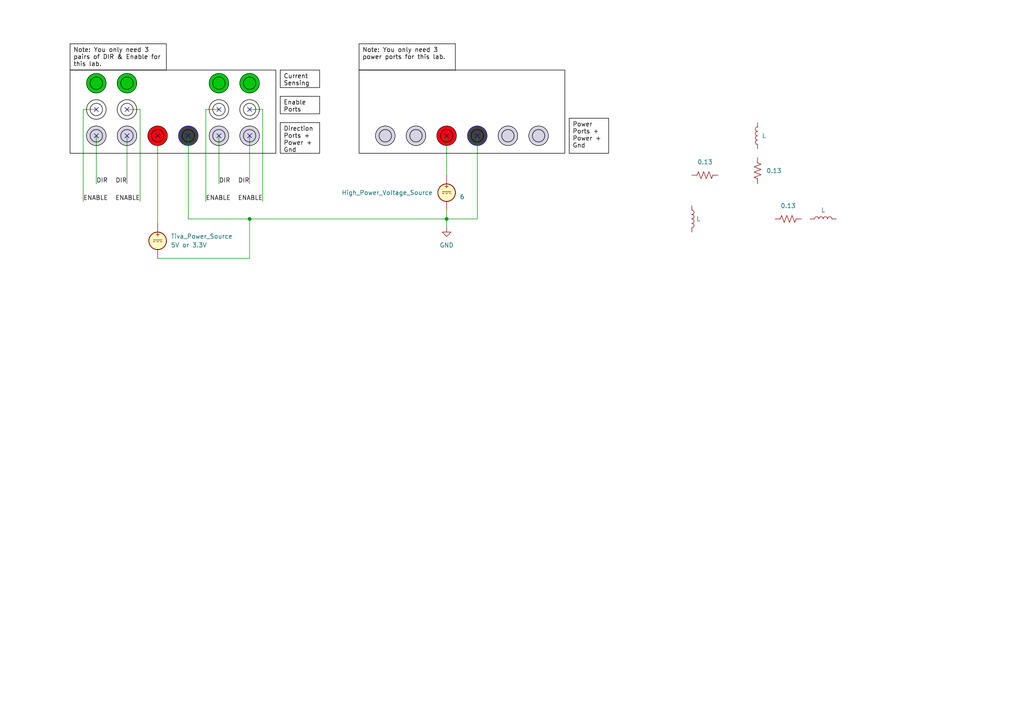
<source format=kicad_sch>
(kicad_sch (version 20230121) (generator eeschema)
  (paper "A4")
  (lib_symbols
    (symbol "Device:L" (pin_numbers hide) (pin_names (offset 1.016) hide)
      (property "Reference" "L" (at -1.27 0 90))
      (property "Value" "L" (at 1.905 0 90))
      (symbol "L_0_1"
        (arc (start 0 -2.54) (mid 0.6323 -1.905) (end 0 -1.27))
        (arc (start 0 -1.27) (mid 0.6323 -0.635) (end 0 0))
        (arc (start 0 0) (mid 0.6323 0.635) (end 0 1.27))
        (arc (start 0 1.27) (mid 0.6323 1.905) (end 0 2.54))
      )
      (symbol "L_1_1"
        (pin passive line (at 0 3.81 270) (length 1.27) (name "1") (number "1"))
        (pin passive line (at 0 -3.81 90) (length 1.27) (name "2") (number "2"))
      )
    )
    (symbol "Device:R_US" (pin_numbers hide) (pin_names (offset 0))
      (property "Reference" "R" (at 2.54 0 90))
      (property "Value" "R_US" (at -2.54 0 90))
      (symbol "R_US_0_1"
        (polyline (pts (xy 0 -2.286) (xy 0 -2.54)))
        (polyline (pts (xy 0 2.286) (xy 0 2.54)))
        (polyline (pts (xy 0 -0.762) (xy 1.016 -1.143) (xy 0 -1.524) (xy -1.016 -1.905) (xy 0 -2.286)))
        (polyline (pts (xy 0 0.762) (xy 1.016 0.381) (xy 0 0) (xy -1.016 -0.381) (xy 0 -0.762)))
        (polyline (pts (xy 0 2.286) (xy 1.016 1.905) (xy 0 1.524) (xy -1.016 1.143) (xy 0 0.762)))
      )
      (symbol "R_US_1_1"
        (pin passive line (at 0 3.81 270) (length 1.27) (name "~") (number "1"))
        (pin passive line (at 0 -3.81 90) (length 1.27) (name "~") (number "2"))
      )
    )
    (symbol "Simulation_SPICE:VDC" (pin_numbers hide) (pin_names (offset 0.0254))
      (property "Reference" "V" (at 2.54 2.54 0))
      (property "Value" "1" (at 2.54 0 0))
      (symbol "VDC_0_0"
        (polyline (pts (xy -1.27 0.254) (xy 1.27 0.254)))
        (polyline (pts (xy -0.762 -0.254) (xy -1.27 -0.254)))
        (polyline (pts (xy 0.254 -0.254) (xy -0.254 -0.254)))
        (polyline (pts (xy 1.27 -0.254) (xy 0.762 -0.254)))
        (text "+" (at 0 1.905 0) (effects (font (size 1.27 1.27))))
      )
      (symbol "VDC_0_1"
        (circle (center 0 0) (radius 2.54) (stroke (width 0.254)) (fill (type background)))
      )
      (symbol "VDC_1_1"
        (pin passive line (at 0 5.08 270) (length 2.54) (name "~") (number "1"))
        (pin passive line (at 0 -5.08 90) (length 2.54) (name "~") (number "2"))
      )
    )
    (symbol "power:GND" (power) (pin_names (offset 0))
      (property "Value" "GND" (at 0 -3.81 0))
      (symbol "GND_0_1"
        (polyline (pts (xy 0 0) (xy 0 -1.27) (xy 1.27 -1.27) (xy 0 -2.54) (xy -1.27 -1.27) (xy 0 -1.27)))
      )
      (symbol "GND_1_1"
        (pin power_in line (at 0 0 270) (length 0) hide (name "GND") (number "1"))
      )
    )
  )
  (junction (at 129.54 63.5))
  (junction (at 72.39 63.5))
  (no_connect (at 36.83 31.75))
  (no_connect (at 45.72 39.37))
  (no_connect (at 54.61 39.37))
  (no_connect (at 27.94 31.75))
  (no_connect (at 36.83 39.37))
  (no_connect (at 27.94 39.37))
  (no_connect (at 63.5 31.75))
  (no_connect (at 63.5 39.37))
  (no_connect (at 138.43 39.37))
  (no_connect (at 72.39 31.75))
  (no_connect (at 129.54 39.37))
  (no_connect (at 72.39 39.37))
  (wire (pts (xy 129.54 39.37) (xy 129.54 50.8)))
  (wire (pts (xy 76.2 58.42) (xy 76.2 31.75)))
  (wire (pts (xy 63.5 39.37) (xy 63.5 53.34)))
  (wire (pts (xy 27.94 39.37) (xy 27.94 53.34)))
  (wire (pts (xy 45.72 39.37) (xy 45.72 64.77)))
  (wire (pts (xy 54.61 39.37) (xy 54.61 63.5)))
  (wire (pts (xy 59.69 58.42) (xy 59.69 31.75)))
  (wire (pts (xy 72.39 63.5) (xy 54.61 63.5)))
  (wire (pts (xy 45.72 74.93) (xy 72.39 74.93)))
  (wire (pts (xy 129.54 63.5) (xy 129.54 66.04)))
  (wire (pts (xy 24.13 58.42) (xy 24.13 31.75)))
  (wire (pts (xy 24.13 31.75) (xy 27.94 31.75)))
  (wire (pts (xy 138.43 39.37) (xy 138.43 63.5)))
  (wire (pts (xy 36.83 31.75) (xy 40.64 31.75)))
  (wire (pts (xy 129.54 63.5) (xy 138.43 63.5)))
  (wire (pts (xy 72.39 39.37) (xy 72.39 53.34)))
  (wire (pts (xy 40.64 58.42) (xy 40.64 31.75)))
  (wire (pts (xy 129.54 63.5) (xy 72.39 63.5)))
  (wire (pts (xy 36.83 39.37) (xy 36.83 53.34)))
  (wire (pts (xy 72.39 31.75) (xy 76.2 31.75)))
  (wire (pts (xy 72.39 63.5) (xy 72.39 74.93)))
  (wire (pts (xy 59.69 31.75) (xy 63.5 31.75)))
  (wire (pts (xy 129.54 60.96) (xy 129.54 63.5)))
  (circle (center 147.32 39.37) (radius 1.7961) (stroke (width 0) (color 0 0 0 1)))
  (circle (center 27.94 39.37) (radius 2.8398) (stroke (width 0) (color 0 0 0 1)) (fill (type color) (color 214 212 227 1)))
  (circle (center 138.43 39.37) (radius 1.7961) (stroke (width 0) (color 0 0 0 1)))
  (circle (center 27.94 31.75) (radius 2.8398) (stroke (width 0) (color 0 0 0 1)) (fill (type color)))
  (circle (center 63.5 31.75) (radius 1.7961) (stroke (width 0) (color 0 0 0 1)))
  (circle (center 147.32 39.37) (radius 2.8398) (stroke (width 0) (color 0 0 0 1)) (fill (type color) (color 214 212 227 1)))
  (circle (center 120.65 39.37) (radius 1.7961) (stroke (width 0) (color 0 0 0 1)))
  (circle (center 72.39 39.37) (radius 1.7961) (stroke (width 0) (color 0 0 0 1)))
  (circle (center 63.5 39.37) (radius 1.7961) (stroke (width 0) (color 0 0 0 1)))
  (circle (center 72.39 39.37) (radius 2.8398) (stroke (width 0) (color 0 0 0 1)) (fill (type color) (color 214 212 227 1)))
  (circle (center 138.43 39.37) (radius 2.8398) (fill (type color) (color 65 65 65 1)))
  (circle (center 54.61 39.37) (radius 2.8398) (fill (type color) (color 65 65 65 1)))
  (circle (center 129.54 39.37) (radius 1.7961) (stroke (width 0) (color 0 0 0 1)))
  (circle (center 63.5 24.13) (radius 1.7961) (stroke (width 0) (color 0 0 0 1)))
  (circle (center 72.39 31.75) (radius 2.8398) (stroke (width 0) (color 0 0 0 1)) (fill (type color)))
  (circle (center 129.54 39.37) (radius 2.8398) (stroke (width 0) (color 0 0 0 1)) (fill (type color) (color 255 0 17 1)))
  (circle (center 36.83 39.37) (radius 1.7961) (stroke (width 0) (color 0 0 0 1)))
  (circle (center 63.5 31.75) (radius 2.8398) (stroke (width 0) (color 0 0 0 1)) (fill (type color)))
  (circle (center 36.83 24.13) (radius 2.8398) (stroke (width 0) (color 0 0 0 1)) (fill (type color) (color 0 201 13 1)))
  (circle (center 63.5 39.37) (radius 2.8398) (stroke (width 0) (color 0 0 0 1)) (fill (type color) (color 214 212 227 1)))
  (circle (center 72.39 24.13) (radius 2.8398) (stroke (width 0) (color 0 0 0 1)) (fill (type color) (color 0 201 13 1)))
  (circle (center 120.65 39.37) (radius 2.8398) (stroke (width 0) (color 0 0 0 1)) (fill (type color) (color 214 212 227 1)))
  (circle (center 36.83 31.75) (radius 1.7961) (stroke (width 0) (color 0 0 0 1)))
  (circle (center 111.76 39.37) (radius 1.7961) (stroke (width 0) (color 0 0 0 1)))
  (circle (center 36.83 31.75) (radius 2.8398) (stroke (width 0) (color 0 0 0 1)) (fill (type color)))
  (rectangle (start 104.14 20.32) (end 163.83 44.45) (stroke (width 0) (color 0 0 0 1)))
  (circle (center 72.39 31.75) (radius 1.7961) (stroke (width 0) (color 0 0 0 1)))
  (circle (center 156.21 39.37) (radius 2.8398) (stroke (width 0) (color 0 0 0 1)) (fill (type color) (color 214 212 227 1)))
  (circle (center 156.21 39.37) (radius 1.7961) (stroke (width 0) (color 0 0 0 1)))
  (circle (center 63.5 24.13) (radius 2.8398) (stroke (width 0) (color 0 0 0 1)) (fill (type color) (color 0 201 13 1)))
  (circle (center 45.72 39.37) (radius 2.8398) (stroke (width 0) (color 0 0 0 1)) (fill (type color) (color 255 0 17 1)))
  (circle (center 27.94 39.37) (radius 1.7961) (stroke (width 0) (color 0 0 0 1)))
  (circle (center 72.39 24.13) (radius 1.7961) (stroke (width 0) (color 0 0 0 1)))
  (circle (center 54.61 39.37) (radius 1.7961) (stroke (width 0) (color 0 0 0 1)))
  (circle (center 36.83 24.13) (radius 1.7961) (stroke (width 0) (color 0 0 0 1)))
  (circle (center 27.94 31.75) (radius 1.7961) (stroke (width 0) (color 0 0 0 1)))
  (circle (center 45.72 39.37) (radius 1.7961) (stroke (width 0) (color 0 0 0 1)))
  (circle (center 111.76 39.37) (radius 2.8398) (stroke (width 0) (color 0 0 0 1)) (fill (type color) (color 214 212 227 1)))
  (circle (center 27.94 24.13) (radius 1.7961) (stroke (width 0) (color 0 0 0 1)))
  (circle (center 36.83 39.37) (radius 2.8398) (stroke (width 0) (color 0 0 0 1)) (fill (type color) (color 214 212 227 1)))
  (rectangle (start 20.32 20.32) (end 80.01 44.45) (stroke (width 0) (color 0 0 0 1)))
  (circle (center 27.94 24.13) (radius 2.8398) (stroke (width 0) (color 0 0 0 1)) (fill (type color) (color 0 201 13 1)))
  (text_box "Enable Ports" (at 81.28 27.94 0) (size 11.43 5.08) (stroke (width 0) (color 0 0 0 1)) (effects (font (size 1.27 1.27)) (justify left top)))
  (text_box "Direction Ports + Power + Gnd" (at 81.28 35.56 0) (size 11.43 8.89) (stroke (width 0) (color 0 0 0 1)) (effects (font (size 1.27 1.27)) (justify left top)))
  (text_box "Note: You only need 3 power ports for this lab." (at 104.14 12.7 0) (size 27.94 7.62) (stroke (width 0) (color 0 0 0 1)) (effects (font (size 1.27 1.27)) (justify left top)))
  (text_box "Current Sensing" (at 81.28 20.32 0) (size 11.43 5.08) (stroke (width 0) (color 0 0 0 1)) (effects (font (size 1.27 1.27)) (justify left top)))
  (text_box "Power Ports + Power + Gnd" (at 165.1 34.29 0) (size 11.43 10.16) (stroke (width 0) (color 0 0 0 1)) (effects (font (size 1.27 1.27)) (justify left top)))
  (text_box "Note: You only need 3 pairs of DIR & Enable for this lab." (at 20.32 12.7 0) (size 27.94 7.62) (stroke (width 0) (color 0 0 0 1)) (effects (font (size 1.27 1.27)) (justify left top)))
  (label "ENABLE" (at 59.69 58.42 0))
  (label "ENABLE" (at 76.2 58.42 180))
  (label "DIR" (at 63.5 53.34 0))
  (label "DIR" (at 27.94 53.34 0))
  (label "DIR" (at 36.83 53.34 180))
  (label "ENABLE" (at 24.13 58.42 0))
  (label "DIR" (at 72.39 53.34 180))
  (label "ENABLE" (at 40.64 58.42 180))
  (symbol (lib_id "Device:R_US") (at 204.47 50.8 90) (unit 1)
    (property "Reference" "R2" (effects hide))
    (property "Value" "0.13" (at 204.47 46.99 90))
  )
  (symbol (lib_id "Device:L") (at 200.66 63.5 0) (unit 1)
    (property "Reference" "L3" (effects hide))
    (property "Value" "L" (at 201.93 63.5 0) (effects (justify left)))
  )
  (symbol (lib_id "Simulation_SPICE:VDC") (at 129.54 55.88 0) (unit 1)
    (property "Reference" "High_Power_Voltage_Source" (at 99.06 55.88 0) (effects (justify left)))
    (property "Value" "6" (at 133.35 57.1142 0) (effects (justify left)))
    (property "Sim.Pins" "1=+ 2=-" (effects hide))
    (property "Sim.Type" "DC" (effects hide))
    (property "Sim.Device" "V" (effects hide))
  )
  (symbol (lib_id "Device:L") (at 238.76 63.5 90) (unit 1)
    (property "Reference" "L1" (effects hide))
    (property "Value" "L" (at 238.76 60.96 90))
  )
  (symbol (lib_id "power:GND") (at 129.54 66.04 0) (unit 1)
    (property "Reference" "#PWR01" (effects hide))
    (property "Value" "GND" (at 129.54 71.12 0))
  )
  (symbol (lib_id "Device:R_US") (at 228.6 63.5 90) (unit 1)
    (property "Reference" "R3" (effects hide))
    (property "Value" "0.13" (at 228.6 59.69 90))
  )
  (symbol (lib_id "Device:L") (at 219.71 39.37 180) (unit 1)
    (property "Reference" "L2" (effects hide))
    (property "Value" "L" (at 220.98 39.37 0) (effects (justify right)))
  )
  (symbol (lib_id "Simulation_SPICE:VDC") (at 45.72 69.85 0) (unit 1)
    (property "Reference" "Tiva_Power_Source" (at 49.53 68.5442 0) (effects (justify left)))
    (property "Value" "5V or 3.3V" (at 49.53 71.0842 0) (effects (justify left)))
    (property "Sim.Pins" "1=+ 2=-" (effects hide))
    (property "Sim.Type" "DC" (effects hide))
    (property "Sim.Device" "V" (effects hide))
  )
  (symbol (lib_id "Device:R_US") (at 219.71 49.53 0) (unit 1)
    (property "Reference" "R1" (effects hide))
    (property "Value" "0.13" (at 222.25 49.53 0) (effects (justify left)))
  )
)
</source>
